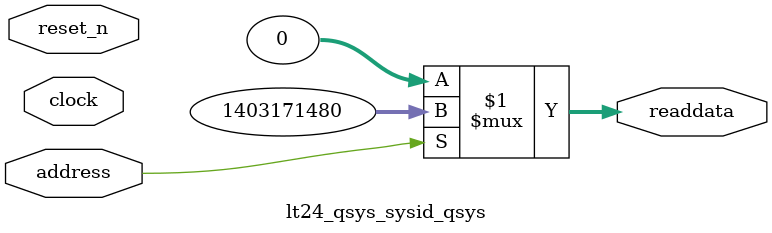
<source format=v>

`timescale 1ns / 1ps
// synthesis translate_on

// turn off superfluous verilog processor warnings 
// altera message_level Level1 
// altera message_off 10034 10035 10036 10037 10230 10240 10030 

module lt24_qsys_sysid_qsys (
               // inputs:
                address,
                clock,
                reset_n,

               // outputs:
                readdata
             )
;

  output  [ 31: 0] readdata;
  input            address;
  input            clock;
  input            reset_n;

  wire    [ 31: 0] readdata;
  //control_slave, which is an e_avalon_slave
  assign readdata = address ? 1403171480 : 0;

endmodule




</source>
